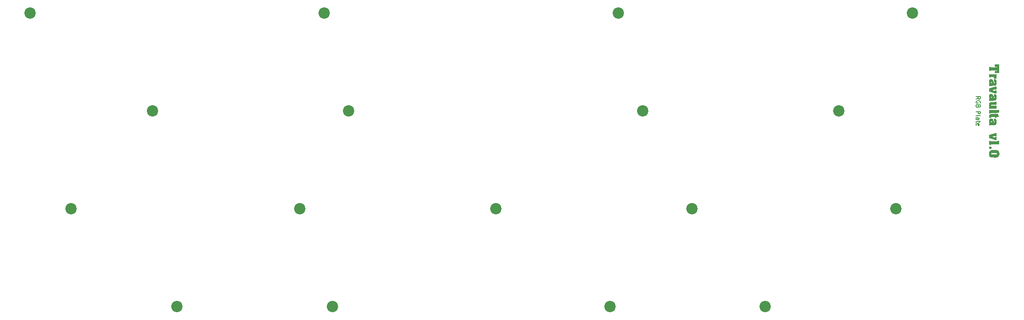
<source format=gbr>
%TF.GenerationSoftware,KiCad,Pcbnew,(7.0.0)*%
%TF.CreationDate,2023-04-11T21:00:29+02:00*%
%TF.ProjectId,travaulta plate rgb,74726176-6175-46c7-9461-20706c617465,rev?*%
%TF.SameCoordinates,Original*%
%TF.FileFunction,Legend,Top*%
%TF.FilePolarity,Positive*%
%FSLAX46Y46*%
G04 Gerber Fmt 4.6, Leading zero omitted, Abs format (unit mm)*
G04 Created by KiCad (PCBNEW (7.0.0)) date 2023-04-11 21:00:29*
%MOMM*%
%LPD*%
G01*
G04 APERTURE LIST*
%ADD10C,0.150000*%
%ADD11C,2.200000*%
G04 APERTURE END LIST*
D10*
X247356095Y-73864762D02*
X247737047Y-73598095D01*
X247356095Y-73407619D02*
X248156095Y-73407619D01*
X248156095Y-73407619D02*
X248156095Y-73712381D01*
X248156095Y-73712381D02*
X248118000Y-73788571D01*
X248118000Y-73788571D02*
X248079904Y-73826666D01*
X248079904Y-73826666D02*
X248003714Y-73864762D01*
X248003714Y-73864762D02*
X247889428Y-73864762D01*
X247889428Y-73864762D02*
X247813238Y-73826666D01*
X247813238Y-73826666D02*
X247775142Y-73788571D01*
X247775142Y-73788571D02*
X247737047Y-73712381D01*
X247737047Y-73712381D02*
X247737047Y-73407619D01*
X248118000Y-74626666D02*
X248156095Y-74550476D01*
X248156095Y-74550476D02*
X248156095Y-74436190D01*
X248156095Y-74436190D02*
X248118000Y-74321904D01*
X248118000Y-74321904D02*
X248041809Y-74245714D01*
X248041809Y-74245714D02*
X247965619Y-74207619D01*
X247965619Y-74207619D02*
X247813238Y-74169523D01*
X247813238Y-74169523D02*
X247698952Y-74169523D01*
X247698952Y-74169523D02*
X247546571Y-74207619D01*
X247546571Y-74207619D02*
X247470380Y-74245714D01*
X247470380Y-74245714D02*
X247394190Y-74321904D01*
X247394190Y-74321904D02*
X247356095Y-74436190D01*
X247356095Y-74436190D02*
X247356095Y-74512381D01*
X247356095Y-74512381D02*
X247394190Y-74626666D01*
X247394190Y-74626666D02*
X247432285Y-74664762D01*
X247432285Y-74664762D02*
X247698952Y-74664762D01*
X247698952Y-74664762D02*
X247698952Y-74512381D01*
X247775142Y-75274285D02*
X247737047Y-75388571D01*
X247737047Y-75388571D02*
X247698952Y-75426666D01*
X247698952Y-75426666D02*
X247622761Y-75464762D01*
X247622761Y-75464762D02*
X247508476Y-75464762D01*
X247508476Y-75464762D02*
X247432285Y-75426666D01*
X247432285Y-75426666D02*
X247394190Y-75388571D01*
X247394190Y-75388571D02*
X247356095Y-75312381D01*
X247356095Y-75312381D02*
X247356095Y-75007619D01*
X247356095Y-75007619D02*
X248156095Y-75007619D01*
X248156095Y-75007619D02*
X248156095Y-75274285D01*
X248156095Y-75274285D02*
X248118000Y-75350476D01*
X248118000Y-75350476D02*
X248079904Y-75388571D01*
X248079904Y-75388571D02*
X248003714Y-75426666D01*
X248003714Y-75426666D02*
X247927523Y-75426666D01*
X247927523Y-75426666D02*
X247851333Y-75388571D01*
X247851333Y-75388571D02*
X247813238Y-75350476D01*
X247813238Y-75350476D02*
X247775142Y-75274285D01*
X247775142Y-75274285D02*
X247775142Y-75007619D01*
X247356095Y-76287619D02*
X248156095Y-76287619D01*
X248156095Y-76287619D02*
X248156095Y-76592381D01*
X248156095Y-76592381D02*
X248118000Y-76668571D01*
X248118000Y-76668571D02*
X248079904Y-76706666D01*
X248079904Y-76706666D02*
X248003714Y-76744762D01*
X248003714Y-76744762D02*
X247889428Y-76744762D01*
X247889428Y-76744762D02*
X247813238Y-76706666D01*
X247813238Y-76706666D02*
X247775142Y-76668571D01*
X247775142Y-76668571D02*
X247737047Y-76592381D01*
X247737047Y-76592381D02*
X247737047Y-76287619D01*
X247356095Y-77201904D02*
X247394190Y-77125714D01*
X247394190Y-77125714D02*
X247470380Y-77087619D01*
X247470380Y-77087619D02*
X248156095Y-77087619D01*
X247356095Y-77849524D02*
X247775142Y-77849524D01*
X247775142Y-77849524D02*
X247851333Y-77811429D01*
X247851333Y-77811429D02*
X247889428Y-77735238D01*
X247889428Y-77735238D02*
X247889428Y-77582857D01*
X247889428Y-77582857D02*
X247851333Y-77506667D01*
X247394190Y-77849524D02*
X247356095Y-77773333D01*
X247356095Y-77773333D02*
X247356095Y-77582857D01*
X247356095Y-77582857D02*
X247394190Y-77506667D01*
X247394190Y-77506667D02*
X247470380Y-77468571D01*
X247470380Y-77468571D02*
X247546571Y-77468571D01*
X247546571Y-77468571D02*
X247622761Y-77506667D01*
X247622761Y-77506667D02*
X247660857Y-77582857D01*
X247660857Y-77582857D02*
X247660857Y-77773333D01*
X247660857Y-77773333D02*
X247698952Y-77849524D01*
X247889428Y-78116191D02*
X247889428Y-78420953D01*
X248156095Y-78230477D02*
X247470380Y-78230477D01*
X247470380Y-78230477D02*
X247394190Y-78268572D01*
X247394190Y-78268572D02*
X247356095Y-78344762D01*
X247356095Y-78344762D02*
X247356095Y-78420953D01*
X247394190Y-78992382D02*
X247356095Y-78916191D01*
X247356095Y-78916191D02*
X247356095Y-78763810D01*
X247356095Y-78763810D02*
X247394190Y-78687620D01*
X247394190Y-78687620D02*
X247470380Y-78649524D01*
X247470380Y-78649524D02*
X247775142Y-78649524D01*
X247775142Y-78649524D02*
X247851333Y-78687620D01*
X247851333Y-78687620D02*
X247889428Y-78763810D01*
X247889428Y-78763810D02*
X247889428Y-78916191D01*
X247889428Y-78916191D02*
X247851333Y-78992382D01*
X247851333Y-78992382D02*
X247775142Y-79030477D01*
X247775142Y-79030477D02*
X247698952Y-79030477D01*
X247698952Y-79030477D02*
X247622761Y-78649524D01*
%TO.C,G\u002A\u002A\u002A*%
G36*
X250225648Y-83102806D02*
G01*
X250281400Y-83154894D01*
X250342404Y-83273797D01*
X250336265Y-83388180D01*
X250268482Y-83490086D01*
X250158092Y-83561374D01*
X250041507Y-83573037D01*
X249935113Y-83527267D01*
X249859835Y-83435397D01*
X249822835Y-83354577D01*
X249816510Y-83297260D01*
X249834347Y-83234887D01*
X249902544Y-83132052D01*
X250003285Y-83073471D01*
X250117383Y-83062578D01*
X250225648Y-83102806D01*
G37*
G36*
X250112152Y-75969567D02*
G01*
X250182396Y-75985657D01*
X250199301Y-75997070D01*
X250240258Y-76009476D01*
X250341629Y-76019411D01*
X250496219Y-76026486D01*
X250696831Y-76030313D01*
X250825000Y-76030892D01*
X251047988Y-76029030D01*
X251228936Y-76023705D01*
X251360648Y-76015304D01*
X251435928Y-76004218D01*
X251450699Y-75997070D01*
X251494043Y-75977447D01*
X251581087Y-75965243D01*
X251638714Y-75963249D01*
X251805826Y-75963249D01*
X251805826Y-76248446D01*
X251805826Y-76533643D01*
X251029556Y-76544385D01*
X250754388Y-76549374D01*
X250541548Y-76556045D01*
X250385734Y-76564740D01*
X250281644Y-76575803D01*
X250223975Y-76589577D01*
X250211074Y-76597403D01*
X250153887Y-76622556D01*
X250057578Y-76637694D01*
X250006518Y-76639680D01*
X249844175Y-76639680D01*
X249844175Y-76301465D01*
X249844175Y-75963249D01*
X250011287Y-75963249D01*
X250112152Y-75969567D01*
G37*
G36*
X250134118Y-82023065D02*
G01*
X250210074Y-82037859D01*
X250233123Y-82051132D01*
X250274111Y-82063650D01*
X250375241Y-82073655D01*
X250529045Y-82080733D01*
X250728055Y-82084469D01*
X250841911Y-82084953D01*
X251060681Y-82083040D01*
X251237970Y-82077578D01*
X251366312Y-82068981D01*
X251438236Y-82057665D01*
X251450699Y-82051132D01*
X251494043Y-82031508D01*
X251581087Y-82019304D01*
X251638714Y-82017310D01*
X251805826Y-82017310D01*
X251805826Y-82355526D01*
X251805826Y-82693742D01*
X251029926Y-82693742D01*
X250767222Y-82695204D01*
X250551101Y-82699446D01*
X250386728Y-82706247D01*
X250279263Y-82715390D01*
X250233872Y-82726654D01*
X250233123Y-82727563D01*
X250190186Y-82746377D01*
X250102098Y-82758656D01*
X250028197Y-82761385D01*
X249844175Y-82761385D01*
X249844175Y-82389347D01*
X249844175Y-82017310D01*
X250028197Y-82017310D01*
X250134118Y-82023065D01*
G37*
G36*
X251298502Y-69260755D02*
G01*
X251293323Y-69420670D01*
X251277908Y-69516005D01*
X251258325Y-69544906D01*
X251240780Y-69573466D01*
X251273205Y-69636887D01*
X251275235Y-69639804D01*
X251317936Y-69726807D01*
X251332324Y-69798338D01*
X251328151Y-69837564D01*
X251306165Y-69860563D01*
X251252167Y-69871648D01*
X251151960Y-69875129D01*
X251078662Y-69875366D01*
X250825000Y-69875366D01*
X250823925Y-69782357D01*
X250802573Y-69669155D01*
X250736586Y-69595265D01*
X250618384Y-69554310D01*
X250541074Y-69544495D01*
X250372640Y-69546401D01*
X250247778Y-69583938D01*
X250140817Y-69619525D01*
X250015930Y-69637920D01*
X249991176Y-69638615D01*
X249844175Y-69638615D01*
X249844175Y-69314306D01*
X249844175Y-68989997D01*
X250055560Y-69012216D01*
X250192695Y-69022767D01*
X250364584Y-69030605D01*
X250538350Y-69034313D01*
X250571339Y-69034434D01*
X250741413Y-69031752D01*
X250916375Y-69024648D01*
X251063347Y-69014539D01*
X251087118Y-69012216D01*
X251298502Y-68989997D01*
X251298502Y-69260755D01*
G37*
G36*
X251839648Y-67981358D02*
G01*
X251839648Y-68826897D01*
X251399967Y-68826897D01*
X250960287Y-68826897D01*
X250960287Y-68608671D01*
X250960287Y-68390445D01*
X251168987Y-68380375D01*
X251296436Y-68367549D01*
X251373763Y-68345130D01*
X251391646Y-68328029D01*
X251365250Y-68313525D01*
X251284287Y-68301751D01*
X251161785Y-68292801D01*
X251010769Y-68286771D01*
X250844265Y-68283756D01*
X250675299Y-68283850D01*
X250516896Y-68287149D01*
X250382084Y-68293748D01*
X250283887Y-68303741D01*
X250235331Y-68317225D01*
X250233123Y-68319574D01*
X250190186Y-68338387D01*
X250102098Y-68350667D01*
X250028197Y-68353395D01*
X249844175Y-68353395D01*
X249844175Y-67981358D01*
X249844175Y-67609321D01*
X250028197Y-67609321D01*
X250134118Y-67615075D01*
X250210074Y-67629870D01*
X250233123Y-67643142D01*
X250274138Y-67655762D01*
X250375040Y-67665831D01*
X250528107Y-67672910D01*
X250725616Y-67676558D01*
X250826996Y-67676964D01*
X251039630Y-67676188D01*
X251193537Y-67673335D01*
X251297619Y-67667617D01*
X251360781Y-67658244D01*
X251391926Y-67644430D01*
X251399967Y-67626232D01*
X251385290Y-67597775D01*
X251332848Y-67581959D01*
X251230020Y-67575871D01*
X251180127Y-67575499D01*
X250960287Y-67575499D01*
X250960287Y-67355659D01*
X250960287Y-67135819D01*
X251399967Y-67135819D01*
X251839648Y-67135819D01*
X251839648Y-67981358D01*
G37*
G36*
X251298502Y-71723547D02*
G01*
X251298502Y-72049757D01*
X251054438Y-72029296D01*
X250894316Y-72024780D01*
X250735778Y-72035398D01*
X250598059Y-72058540D01*
X250500392Y-72091596D01*
X250475962Y-72107791D01*
X250491584Y-72127975D01*
X250558787Y-72157717D01*
X250663366Y-72190830D01*
X250671809Y-72193138D01*
X250802735Y-72224565D01*
X250884076Y-72232828D01*
X250929387Y-72219027D01*
X250934602Y-72214446D01*
X250989842Y-72191156D01*
X251084810Y-72177106D01*
X251136159Y-72175233D01*
X251298502Y-72175233D01*
X251298502Y-72479627D01*
X251298502Y-72784021D01*
X251145115Y-72784021D01*
X251033114Y-72773666D01*
X250938411Y-72747764D01*
X250916820Y-72736801D01*
X250858860Y-72710992D01*
X250749253Y-72671439D01*
X250601480Y-72622677D01*
X250429019Y-72569243D01*
X250343043Y-72543739D01*
X249844175Y-72397896D01*
X249844175Y-72085631D01*
X249846744Y-71947683D01*
X249853634Y-71837674D01*
X249863616Y-71771397D01*
X249869541Y-71759501D01*
X249909308Y-71745901D01*
X250002396Y-71717466D01*
X250137016Y-71677697D01*
X250301380Y-71630097D01*
X250402231Y-71601267D01*
X250578921Y-71549717D01*
X250733080Y-71502348D01*
X250852686Y-71463041D01*
X250925718Y-71435677D01*
X250941685Y-71427117D01*
X250992358Y-71409500D01*
X251084162Y-71398815D01*
X251136159Y-71397337D01*
X251298502Y-71397337D01*
X251298502Y-71723547D01*
G37*
G36*
X251298502Y-80787728D02*
G01*
X251298502Y-81113938D01*
X251054438Y-81093477D01*
X250894316Y-81088961D01*
X250735778Y-81099579D01*
X250598059Y-81122721D01*
X250500392Y-81155777D01*
X250475962Y-81171973D01*
X250491584Y-81192156D01*
X250558787Y-81221899D01*
X250663366Y-81255011D01*
X250671809Y-81257320D01*
X250802735Y-81288746D01*
X250884076Y-81297009D01*
X250929387Y-81283208D01*
X250934602Y-81278627D01*
X250989842Y-81255337D01*
X251084810Y-81241287D01*
X251136159Y-81239414D01*
X251298502Y-81239414D01*
X251298502Y-81543808D01*
X251298502Y-81848202D01*
X251145115Y-81848202D01*
X251033114Y-81837847D01*
X250938411Y-81811945D01*
X250916820Y-81800982D01*
X250858860Y-81775173D01*
X250749253Y-81735620D01*
X250601480Y-81686858D01*
X250429019Y-81633424D01*
X250343043Y-81607920D01*
X249844175Y-81462078D01*
X249844175Y-81149812D01*
X249846744Y-81011864D01*
X249853634Y-80901855D01*
X249863616Y-80835578D01*
X249869541Y-80823683D01*
X249909308Y-80810082D01*
X250002396Y-80781647D01*
X250137016Y-80741878D01*
X250301380Y-80694278D01*
X250402231Y-80665448D01*
X250578921Y-80613898D01*
X250733080Y-80566529D01*
X250852686Y-80527222D01*
X250925718Y-80499858D01*
X250941685Y-80491298D01*
X250992358Y-80473681D01*
X251084162Y-80462996D01*
X251136159Y-80461518D01*
X251298502Y-80461518D01*
X251298502Y-80787728D01*
G37*
G36*
X251225861Y-76713407D02*
G01*
X251287090Y-76728962D01*
X251298502Y-76741145D01*
X251328654Y-76761667D01*
X251404610Y-76773675D01*
X251444515Y-76774967D01*
X251590528Y-76774967D01*
X251647878Y-77020173D01*
X251675599Y-77142125D01*
X251695826Y-77237653D01*
X251704682Y-77288333D01*
X251704795Y-77290746D01*
X251673823Y-77304128D01*
X251593762Y-77313319D01*
X251501432Y-77316112D01*
X251298502Y-77316112D01*
X251298502Y-77417576D01*
X251294808Y-77477641D01*
X251272091Y-77507593D01*
X251212904Y-77517902D01*
X251129395Y-77519041D01*
X251029287Y-77516824D01*
X250979367Y-77503195D01*
X250962186Y-77467682D01*
X250960287Y-77417576D01*
X250960287Y-77316112D01*
X250646507Y-77316112D01*
X250441591Y-77324649D01*
X250298477Y-77351091D01*
X250213409Y-77396687D01*
X250182628Y-77462684D01*
X250182391Y-77470227D01*
X250159580Y-77503255D01*
X250084601Y-77517722D01*
X250034138Y-77519041D01*
X249937969Y-77513470D01*
X249888435Y-77490583D01*
X249865492Y-77442943D01*
X249850481Y-77339772D01*
X249847675Y-77210257D01*
X249856338Y-77085307D01*
X249875734Y-76995831D01*
X249876148Y-76994807D01*
X249922005Y-76921669D01*
X249978974Y-76859521D01*
X250017665Y-76831429D01*
X250069137Y-76811546D01*
X250145865Y-76797996D01*
X250260324Y-76788903D01*
X250424990Y-76782392D01*
X250507201Y-76780104D01*
X250673412Y-76773646D01*
X250812223Y-76764180D01*
X250911262Y-76752860D01*
X250958159Y-76740839D01*
X250960287Y-76737827D01*
X250990710Y-76720425D01*
X251068497Y-76709381D01*
X251129395Y-76707323D01*
X251225861Y-76713407D01*
G37*
G36*
X251298502Y-74657500D02*
G01*
X251295987Y-74802973D01*
X251286927Y-74893859D01*
X251269052Y-74943079D01*
X251245004Y-74961894D01*
X251191638Y-74969912D01*
X251085959Y-74976545D01*
X250943293Y-74981100D01*
X250779957Y-74982885D01*
X250571124Y-74984519D01*
X250420627Y-74990215D01*
X250319189Y-75001980D01*
X250257534Y-75021818D01*
X250226385Y-75051734D01*
X250216466Y-75093734D01*
X250216212Y-75104743D01*
X250218579Y-75140694D01*
X250233738Y-75163962D01*
X250273771Y-75177307D01*
X250350764Y-75183485D01*
X250476801Y-75185257D01*
X250569343Y-75185353D01*
X250721794Y-75182271D01*
X250844249Y-75173875D01*
X250922603Y-75161441D01*
X250943376Y-75151531D01*
X250986719Y-75131907D01*
X251073763Y-75119703D01*
X251131391Y-75117710D01*
X251298502Y-75117710D01*
X251298502Y-75420489D01*
X251298502Y-75723268D01*
X250765813Y-75739396D01*
X250564678Y-75746561D01*
X250370706Y-75755395D01*
X250201572Y-75764958D01*
X250074951Y-75774314D01*
X250038649Y-75777962D01*
X249844175Y-75800401D01*
X249844175Y-75492877D01*
X249847573Y-75350798D01*
X249856858Y-75245816D01*
X249870667Y-75190635D01*
X249877159Y-75185353D01*
X249893068Y-75158449D01*
X249877159Y-75098597D01*
X249854035Y-74989168D01*
X249847471Y-74848710D01*
X249857295Y-74710725D01*
X249879606Y-74617339D01*
X249929017Y-74546964D01*
X250017246Y-74496153D01*
X250151580Y-74462945D01*
X250339305Y-74445382D01*
X250534435Y-74441278D01*
X250697871Y-74438450D01*
X250828996Y-74430662D01*
X250915207Y-74418955D01*
X250943376Y-74407457D01*
X250986719Y-74387833D01*
X251073763Y-74375629D01*
X251131391Y-74373635D01*
X251298502Y-74373635D01*
X251298502Y-74657500D01*
G37*
G36*
X250666221Y-83785704D02*
G01*
X250723536Y-83783374D01*
X251031841Y-83781231D01*
X251283820Y-83796171D01*
X251476738Y-83827838D01*
X251607864Y-83875881D01*
X251646002Y-83902765D01*
X251753760Y-84041424D01*
X251825799Y-84219437D01*
X251861999Y-84420548D01*
X251862235Y-84628502D01*
X251826388Y-84827043D01*
X251754334Y-84999913D01*
X251655155Y-85123018D01*
X251587482Y-85174625D01*
X251511535Y-85212805D01*
X251416900Y-85239090D01*
X251293165Y-85255014D01*
X251129917Y-85262112D01*
X250916742Y-85261917D01*
X250736333Y-85258363D01*
X250502084Y-85249980D01*
X250324782Y-85235324D01*
X250193779Y-85210773D01*
X250098430Y-85172706D01*
X250028091Y-85117502D01*
X249972116Y-85041539D01*
X249943029Y-84988491D01*
X249891648Y-84839630D01*
X249862084Y-84652401D01*
X249858130Y-84520106D01*
X250250034Y-84520106D01*
X250264670Y-84599654D01*
X250317262Y-84636687D01*
X250326132Y-84639091D01*
X250386502Y-84645217D01*
X250499942Y-84649110D01*
X250651909Y-84650533D01*
X250827858Y-84649253D01*
X250889013Y-84648191D01*
X251083703Y-84643333D01*
X251221540Y-84636857D01*
X251313310Y-84627344D01*
X251369802Y-84613377D01*
X251401805Y-84593536D01*
X251413074Y-84579294D01*
X251432262Y-84506481D01*
X251413074Y-84460919D01*
X251390091Y-84437160D01*
X251348674Y-84420070D01*
X251278036Y-84408232D01*
X251167388Y-84400225D01*
X251005941Y-84394634D01*
X250889013Y-84392022D01*
X250666221Y-84388435D01*
X250502119Y-84389041D01*
X250387794Y-84395627D01*
X250314335Y-84409978D01*
X250272830Y-84433882D01*
X250254369Y-84469125D01*
X250250039Y-84517492D01*
X250250034Y-84520106D01*
X249858130Y-84520106D01*
X249856126Y-84453047D01*
X249875562Y-84267811D01*
X249889792Y-84207236D01*
X249938450Y-84069703D01*
X250002648Y-83965682D01*
X250091881Y-83890349D01*
X250215643Y-83838876D01*
X250383427Y-83806437D01*
X250604727Y-83788204D01*
X250666221Y-83785704D01*
G37*
G36*
X250269567Y-69960791D02*
G01*
X250353805Y-69969417D01*
X250484632Y-70033253D01*
X250574410Y-70128969D01*
X250611439Y-70202082D01*
X250657718Y-70316395D01*
X250703680Y-70448139D01*
X250706837Y-70458026D01*
X250748346Y-70583060D01*
X250780791Y-70656602D01*
X250813753Y-70692185D01*
X250856814Y-70703339D01*
X250881010Y-70703995D01*
X250951062Y-70693666D01*
X250975562Y-70650677D01*
X250977197Y-70619441D01*
X250962326Y-70554394D01*
X250904828Y-70527122D01*
X250884188Y-70524185D01*
X250836721Y-70516021D01*
X250808986Y-70495171D01*
X250795682Y-70446693D01*
X250791508Y-70355648D01*
X250791179Y-70262068D01*
X250791179Y-70010652D01*
X250973344Y-70010652D01*
X251080402Y-70013562D01*
X251142075Y-70029420D01*
X251180585Y-70068924D01*
X251209438Y-70124299D01*
X251274479Y-70305590D01*
X251315158Y-70509821D01*
X251325500Y-70703147D01*
X251321313Y-70758147D01*
X251291149Y-70900542D01*
X251239797Y-71036725D01*
X251176612Y-71146933D01*
X251110947Y-71211403D01*
X251105469Y-71214179D01*
X251049055Y-71227251D01*
X250940856Y-71241829D01*
X250796646Y-71256098D01*
X250638982Y-71267822D01*
X250457207Y-71280042D01*
X250278848Y-71293392D01*
X250126741Y-71306089D01*
X250038649Y-71314652D01*
X249844175Y-71335954D01*
X249844175Y-71045340D01*
X249846303Y-70900721D01*
X249854056Y-70811908D01*
X249869482Y-70767158D01*
X249894632Y-70754728D01*
X249894907Y-70754727D01*
X249930091Y-70753322D01*
X249940580Y-70738714D01*
X249924642Y-70695312D01*
X249880544Y-70607525D01*
X249877996Y-70602530D01*
X249856751Y-70545045D01*
X250221857Y-70545045D01*
X250225849Y-70634732D01*
X250236741Y-70667407D01*
X250285458Y-70708807D01*
X250357396Y-70720905D01*
X250426072Y-70714383D01*
X250443438Y-70684395D01*
X250434702Y-70644807D01*
X250387134Y-70546893D01*
X250323322Y-70495433D01*
X250269567Y-70495379D01*
X250221857Y-70545045D01*
X249856751Y-70545045D01*
X249821639Y-70450039D01*
X249821479Y-70308900D01*
X249859703Y-70190768D01*
X249946339Y-70066737D01*
X250068404Y-69987564D01*
X250209644Y-69954655D01*
X250269567Y-69960791D01*
G37*
G36*
X250269567Y-72869446D02*
G01*
X250353805Y-72878072D01*
X250484632Y-72941908D01*
X250574410Y-73037625D01*
X250611439Y-73110737D01*
X250657718Y-73225050D01*
X250703680Y-73356794D01*
X250706837Y-73366681D01*
X250748346Y-73491715D01*
X250780791Y-73565257D01*
X250813753Y-73600840D01*
X250856814Y-73611994D01*
X250881010Y-73612650D01*
X250951062Y-73602321D01*
X250975562Y-73559332D01*
X250977197Y-73528096D01*
X250962326Y-73463050D01*
X250904828Y-73435777D01*
X250884188Y-73432840D01*
X250836721Y-73424676D01*
X250808986Y-73403826D01*
X250795682Y-73355349D01*
X250791508Y-73264303D01*
X250791179Y-73170723D01*
X250791179Y-72919307D01*
X250973344Y-72919307D01*
X251080402Y-72922217D01*
X251142075Y-72938075D01*
X251180585Y-72977579D01*
X251209438Y-73032954D01*
X251274479Y-73214246D01*
X251315158Y-73418476D01*
X251325500Y-73611802D01*
X251321313Y-73666802D01*
X251291149Y-73809197D01*
X251239797Y-73945380D01*
X251176612Y-74055588D01*
X251110947Y-74120058D01*
X251105469Y-74122834D01*
X251049055Y-74135906D01*
X250940856Y-74150484D01*
X250796646Y-74164753D01*
X250638982Y-74176477D01*
X250457207Y-74188697D01*
X250278848Y-74202047D01*
X250126741Y-74214744D01*
X250038649Y-74223307D01*
X249844175Y-74244609D01*
X249844175Y-73953996D01*
X249846303Y-73809376D01*
X249854056Y-73720563D01*
X249869482Y-73675813D01*
X249894632Y-73663383D01*
X249894907Y-73663382D01*
X249930091Y-73661977D01*
X249940580Y-73647369D01*
X249924642Y-73603967D01*
X249880544Y-73516180D01*
X249877996Y-73511185D01*
X249856751Y-73453700D01*
X250221857Y-73453700D01*
X250225849Y-73543387D01*
X250236741Y-73576062D01*
X250285458Y-73617462D01*
X250357396Y-73629560D01*
X250426072Y-73623038D01*
X250443438Y-73593050D01*
X250434702Y-73553462D01*
X250387134Y-73455548D01*
X250323322Y-73404088D01*
X250269567Y-73404034D01*
X250221857Y-73453700D01*
X249856751Y-73453700D01*
X249821639Y-73358694D01*
X249821479Y-73217555D01*
X249859703Y-73099423D01*
X249946339Y-72975392D01*
X250068404Y-72896219D01*
X250209644Y-72863310D01*
X250269567Y-72869446D01*
G37*
G36*
X250269567Y-77638288D02*
G01*
X250353805Y-77646913D01*
X250484632Y-77710750D01*
X250574410Y-77806466D01*
X250611439Y-77879578D01*
X250657718Y-77993892D01*
X250703680Y-78125635D01*
X250706837Y-78135523D01*
X250748346Y-78260556D01*
X250780791Y-78334099D01*
X250813753Y-78369681D01*
X250856814Y-78380836D01*
X250881010Y-78381491D01*
X250951062Y-78371163D01*
X250975562Y-78328173D01*
X250977197Y-78296937D01*
X250962326Y-78231891D01*
X250904828Y-78204618D01*
X250884188Y-78201681D01*
X250836721Y-78193518D01*
X250808986Y-78172668D01*
X250795682Y-78124190D01*
X250791508Y-78033145D01*
X250791179Y-77939564D01*
X250791179Y-77688149D01*
X250973344Y-77688149D01*
X251080402Y-77691058D01*
X251142075Y-77706917D01*
X251180585Y-77746421D01*
X251209438Y-77801796D01*
X251274479Y-77983087D01*
X251315158Y-78187318D01*
X251325500Y-78380643D01*
X251321313Y-78435643D01*
X251291149Y-78578039D01*
X251239797Y-78714222D01*
X251176612Y-78824429D01*
X251110947Y-78888900D01*
X251105469Y-78891675D01*
X251049055Y-78904747D01*
X250940856Y-78919325D01*
X250796646Y-78933594D01*
X250638982Y-78945318D01*
X250457207Y-78957539D01*
X250278848Y-78970889D01*
X250126741Y-78983586D01*
X250038649Y-78992149D01*
X249844175Y-79013451D01*
X249844175Y-78722837D01*
X249846303Y-78578218D01*
X249854056Y-78489404D01*
X249869482Y-78444654D01*
X249894632Y-78432224D01*
X249894907Y-78432224D01*
X249930091Y-78430819D01*
X249940580Y-78416210D01*
X249924642Y-78372808D01*
X249880544Y-78285022D01*
X249877996Y-78280027D01*
X249856751Y-78222541D01*
X250221857Y-78222541D01*
X250225849Y-78312229D01*
X250236741Y-78344903D01*
X250285458Y-78386303D01*
X250357396Y-78398402D01*
X250426072Y-78391879D01*
X250443438Y-78361891D01*
X250434702Y-78322303D01*
X250387134Y-78224389D01*
X250323322Y-78172930D01*
X250269567Y-78172875D01*
X250221857Y-78222541D01*
X249856751Y-78222541D01*
X249821639Y-78127535D01*
X249821479Y-77986397D01*
X249859703Y-77868265D01*
X249946339Y-77744233D01*
X250068404Y-77665061D01*
X250209644Y-77632152D01*
X250269567Y-77638288D01*
G37*
%TD*%
D11*
%TO.C,H2*%
X120650000Y-57150000D03*
%TD*%
%TO.C,H11*%
X153987500Y-95250000D03*
%TD*%
%TO.C,H1*%
X63500000Y-57150000D03*
%TD*%
%TO.C,H9*%
X71437500Y-95250000D03*
%TD*%
%TO.C,H13*%
X231775000Y-95250000D03*
%TD*%
%TO.C,H5*%
X87312500Y-76200000D03*
%TD*%
%TO.C,H10*%
X115887500Y-95250000D03*
%TD*%
%TO.C,H8*%
X220662500Y-76200000D03*
%TD*%
%TO.C,H15*%
X122237500Y-114300000D03*
%TD*%
%TO.C,H3*%
X177800000Y-57150000D03*
%TD*%
%TO.C,H17*%
X206375000Y-114300000D03*
%TD*%
%TO.C,H4*%
X234950000Y-57150000D03*
%TD*%
%TO.C,H6*%
X125412500Y-76200000D03*
%TD*%
%TO.C,H16*%
X176212500Y-114300000D03*
%TD*%
%TO.C,H12*%
X192087500Y-95250000D03*
%TD*%
%TO.C,H7*%
X182562500Y-76200000D03*
%TD*%
%TO.C,H14*%
X92075000Y-114300000D03*
%TD*%
M02*

</source>
